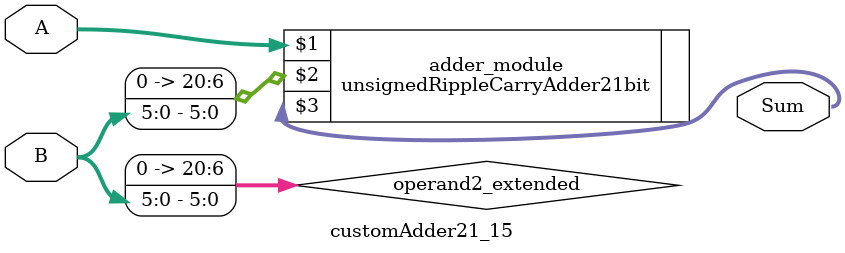
<source format=v>

module customAdder21_15(
                    input [20 : 0] A,
                    input [5 : 0] B,
                    
                    output [21 : 0] Sum
            );

    wire [20 : 0] operand2_extended;
    
    assign operand2_extended =  {15'b0, B};
    
    unsignedRippleCarryAdder21bit adder_module(
        A,
        operand2_extended,
        Sum
    );
    
endmodule
        
</source>
